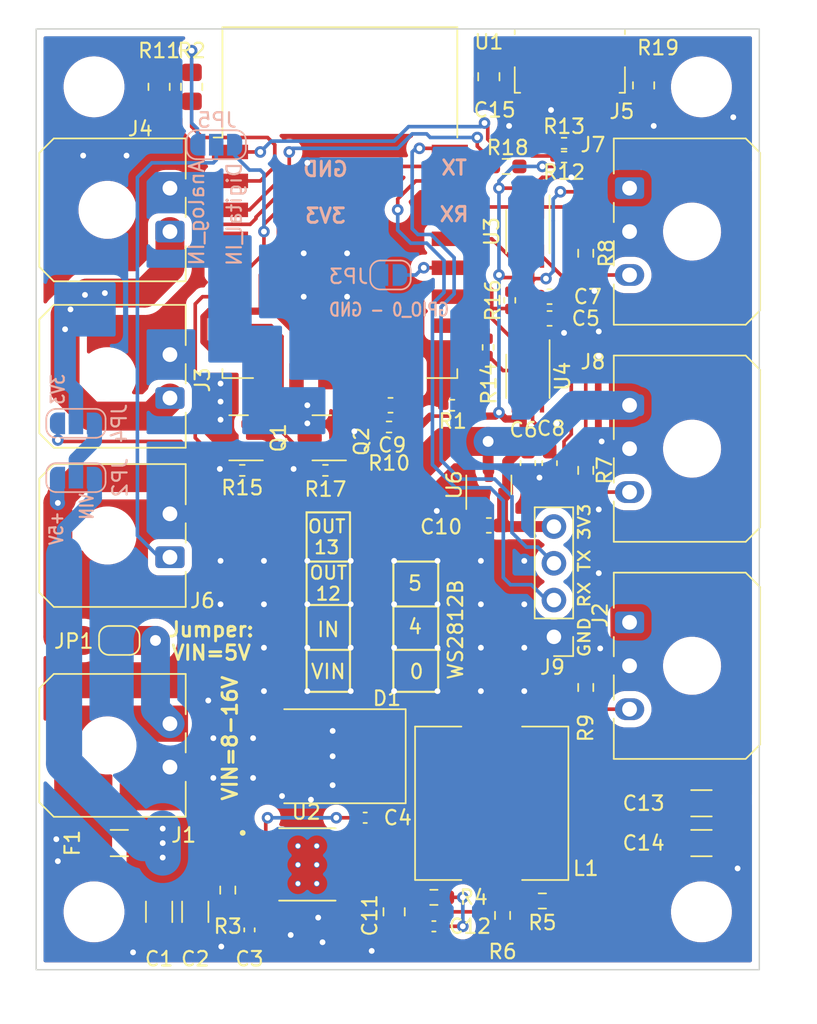
<source format=kicad_pcb>
(kicad_pcb (version 20211014) (generator pcbnew)
  (layers (0 "F.Cu" signal) (31 "B.Cu" signal) (34 "B.Paste" user) (35 "F.Paste" user) (36 "B.SilkS" user "B.Silkscreen") (37 "F.SilkS" user "F.Silkscreen") (38 "B.Mask" user) (39 "F.Mask" user) (44 "Edge.Cuts" user))
  (net 0 "")
  (net 1 "GND")
  (net 2 "Net-(R11-Pad1)")
  (net 3 "Net-(J6-Pad1)")
  (net 4 "Net-(C3-Pad2)")
  (net 5 "+5V")
  (net 6 "+3V3")
  (net 7 "VIN")
  (net 8 "ADC")
  (net 9 "/TPS_PH")
  (net 10 "Net-(R3-Pad2)")
  (net 11 "/Q2_Drain")
  (net 12 "Net-(R7-Pad1)")
  (net 13 "WS2812B_GPIO_4")
  (net 14 "Net-(R8-Pad1)")
  (net 15 "WS2812B_GPIO_5")
  (net 16 "Net-(R9-Pad1)")
  (net 17 "WS2812B_GPIO_0")
  (net 18 "TX")
  (net 19 "RX")
  (net 21 "GPIO_14")
  (net 22 "GPIO_12")
  (net 23 "GPIO_13")
  (net 30 "/Q1_Drain")
  (net 31 "GPIO_0")
  (net 32 "GPIO_4")
  (net 33 "GPIO_5")
  (net 36 "VIN_F")
  (net 37 "MOSFET_VOLTAGE")
  (net 38 "Net-(JP2-Pad2)")
  (net 39 "GPIO_15")
  (net 40 "EN")
  (net 41 "RST")
  (net 42 "GPIO_2")
  (net 43 "Net-(C4-Pad1)")
  (net 44 "Net-(C11-Pad2)")
  (net 45 "Net-(C12-Pad2)")
  (net 46 "TPS_VSENSE")
  (net 47 "GND1")
  (footprint "Capacitor_SMD:C_0603_1608Metric_Pad1.08x0.95mm_HandSolder" (layer "F.Cu") (at 151.856 95.556 90)
    (fp_text reference "C6")
    (fp_text value "100nF" hide)
  )
  (footprint "Connector_Molex:Molex_Micro-Fit_3.0_43650-0200_1x02_P3.00mm_Horizontal" (layer "F.Cu") (at 127.106 102.056 90)
    (fp_text reference "J6")
    (fp_text value "Molex Micro-fit 2x1" hide)
  )
  (footprint "Capacitor_SMD:C_1206_3216Metric_Pad1.33x1.80mm_HandSolder" (layer "F.Cu") (at 126.356 126.556 -90)
    (fp_text reference "C1")
    (fp_text value "10uF" hide)
  )
  (footprint "Connector_PinHeader_2.54mm:PinHeader_1x04_P2.54mm_Vertical" (layer "F.Cu") (at 153.656 107.556 180)
    (fp_text reference "J9")
    (fp_text value "Conn_01x04_Male" hide)
  )
  (footprint "Capacitor_SMD:C_0805_2012Metric" (layer "F.Cu") (at 142.606 126.556 90)
    (fp_text reference "C11")
    (fp_text value "10pF" hide)
  )
  (footprint "Capacitor_SMD:C_0603_1608Metric_Pad1.08x0.95mm_HandSolder" (layer "F.Cu") (at 142.356 91.556 180)
    (fp_text reference "C9")
    (fp_text value "100nF" hide)
  )
  (footprint "Resistor_SMD:R_0402_1005Metric_Pad0.72x0.64mm_HandSolder" (layer "F.Cu") (at 154.356 73.456)
    (fp_text reference "R13")
    (fp_text value "10k" hide)
  )
  (footprint "Diode_SMD:D_SMC" (layer "F.Cu") (at 138.606 115.806 180)
    (fp_text reference "D1")
    (fp_text value "B340" hide)
  )
  (footprint "Capacitor_SMD:C_0402_1005Metric_Pad0.74x0.62mm_HandSolder" (layer "F.Cu") (at 132.606 127.806 90)
    (fp_text reference "C3")
    (fp_text value "22uF" hide)
  )
  (footprint "Inductor_SMD:L_10.4x10.4_H4.8" (layer "F.Cu") (at 149.356 119.056 90)
    (fp_text reference "L1")
    (fp_text value "6.8uH" hide)
  )
  (footprint "Capacitor_SMD:C_1206_3216Metric_Pad1.33x1.80mm_HandSolder" (layer "F.Cu") (at 128.856 126.556 -90)
    (fp_text reference "C2")
    (fp_text value "10uF" hide)
  )
  (footprint "Connector_Molex:Molex_Micro-Fit_3.0_43650-0200_1x02_P3.00mm_Horizontal" (layer "F.Cu") (at 127.106 91.056 90)
    (fp_text reference "J3")
    (fp_text value "Molex Micro-fit 2x1" hide)
  )
  (footprint "Resistor_SMD:R_0603_1608Metric_Pad0.98x0.95mm_HandSolder" (layer "F.Cu") (at 150.106 126.806 90)
    (fp_text reference "R6")
    (fp_text value "1.96k" hide)
  )
  (footprint "Resistor_SMD:R_0402_1005Metric_Pad0.72x0.64mm_HandSolder" (layer "F.Cu") (at 137.856 96.056)
    (fp_text reference "R17")
    (fp_text value "10k" hide)
  )
  (footprint "Package_SO:SSOP-8_2.95x2.8mm_P0.65mm" (layer "F.Cu") (at 151.856 79.556 -90)
    (fp_text reference "U3")
    (fp_text value "TXS0102DCT" hide)
  )
  (footprint "Fuse:Fuse_1206_3216Metric_Pad1.42x1.75mm_HandSolder" (layer "F.Cu") (at 123.606 121.806)
    (fp_text reference "F1")
    (fp_text value "5A" hide)
  )
  (footprint "Capacitor_SMD:C_0603_1608Metric_Pad1.08x0.95mm_HandSolder" (layer "F.Cu") (at 153.356 84.056)
    (fp_text reference "C7")
    (fp_text value "100nF" hide)
  )
  (footprint "Resistor_SMD:R_0402_1005Metric_Pad0.72x0.64mm_HandSolder" (layer "F.Cu") (at 150.606 84.306 90)
    (fp_text reference "R16")
    (fp_text value "10k" hide)
  )
  (footprint "Resistor_SMD:R_0603_1608Metric_Pad0.98x0.95mm_HandSolder" (layer "F.Cu") (at 155.856 96.056 -90)
    (fp_text reference "R7")
    (fp_text value "300" hide)
  )
  (footprint "RF_Module:ESP-12E" (layer "F.Cu") (at 138.856 77.556)
    (fp_text reference "U1")
    (fp_text value "ESP-12F")
  )
  (footprint "Connector_Molex:Molex_Micro-Fit_3.0_43650-0300_1x03_P3.00mm_Horizontal" (layer "F.Cu") (at 158.886 106.556 -90)
    (fp_text reference "J2")
    (fp_text value "Molex Micro-fit 3x1" hide)
  )
  (footprint "Resistor_SMD:R_0402_1005Metric_Pad0.72x0.64mm_HandSolder" (layer "F.Cu") (at 154.356 74.406)
    (fp_text reference "R12")
    (fp_text value "10k" hide)
  )
  (footprint "Package_SO:SSOP-8_2.95x2.8mm_P0.65mm" (layer "F.Cu") (at 151.856 89.556 -90)
    (fp_text reference "U4")
    (fp_text value "TXS0102DCT" hide)
  )
  (footprint "Connector_USB:USB_Micro-B_Molex_47346-0001" (layer "F.Cu") (at 154.756 68.256 180)
    (fp_text reference "J5")
    (fp_text value "USB_B_Micro" hide)
  )
  (footprint "Resistor_SMD:R_0805_2012Metric" (layer "F.Cu") (at 159.856 69.456 -90)
    (fp_text reference "R19")
    (fp_text value "1M" hide)
  )
  (footprint "Capacitor_SMD:C_1206_3216Metric_Pad1.33x1.80mm_HandSolder" (layer "F.Cu") (at 163.856 119.056)
    (fp_text reference "C13")
    (fp_text value "47uF" hide)
  )
  (footprint "Resistor_SMD:R_0603_1608Metric_Pad0.98x0.95mm_HandSolder" (layer "F.Cu") (at 152.856 125.806)
    (fp_text reference "R5")
    (fp_text value "10.2k" hide)
  )
  (footprint "Jumper:SolderJumper-2_P1.3mm_Open_RoundedPad1.0x1.5mm" (layer "F.Cu") (at 123.606 107.806 180)
    (fp_text reference "JP1")
    (fp_text value "SolderJumper_2_Open" hide)
  )
  (footprint "MountingHole:MountingHole_3.2mm_M3_DIN965" (layer "F.Cu") (at 163.856 126.556)
    (fp_text reference "H4" hide)
    (fp_text value "MountingHole" hide)
  )
  (footprint "Resistor_SMD:R_0805_2012Metric_Pad1.20x1.40mm_HandSolder" (layer "F.Cu") (at 128.606 69.556 -90)
    (fp_text reference "R2")
    (fp_text value "68k" hide)
  )
  (footprint "Connector_Molex:Molex_Micro-Fit_3.0_43650-0300_1x03_P3.00mm_Horizontal" (layer "F.Cu") (at 158.886 76.556 -90)
    (fp_text reference "J7")
    (fp_text value "Molex Micro-fit 3x1" hide)
  )
  (footprint "Resistor_SMD:R_0603_1608Metric_Pad0.98x0.95mm_HandSolder" (layer "F.Cu") (at 150.356 75.056)
    (fp_text reference "R18")
    (fp_text value "10k" hide)
  )
  (footprint "Resistor_SMD:R_0603_1608Metric_Pad0.98x0.95mm_HandSolder" (layer "F.Cu") (at 155.856 111.056 -90)
    (fp_text reference "R9")
    (fp_text value "300" hide)
  )
  (footprint "Connector_Molex:Molex_Micro-Fit_3.0_43650-0300_1x03_P3.00mm_Horizontal" (layer "F.Cu") (at 158.886 91.556 -90)
    (fp_text reference "J8")
    (fp_text value "Molex Micro-fit 3x1" hide)
  )
  (footprint "Resistor_SMD:R_0402_1005Metric_Pad0.72x0.64mm_HandSolder" (layer "F.Cu") (at 149.106 87.556 -90)
    (fp_text reference "R14")
    (fp_text value "10k" hide)
  )
  (footprint "Resistor_SMD:R_0402_1005Metric_Pad0.72x0.64mm_HandSolder" (layer "F.Cu") (at 142.256 93.056 180)
    (fp_text reference "R10")
    (fp_text value "10k" hide)
  )
  (footprint "MountingHole:MountingHole_3.2mm_M3_DIN965" (layer "F.Cu") (at 121.856 69.556)
    (fp_text reference "H1" hide)
    (fp_text value "MountingHole" hide)
  )
  (footprint "TPS54331DDAR:CONV_TPS54331DDAR" (layer "F.Cu") (at 136.606 123.306)
    (fp_text reference "U2")
    (fp_text value "TPS54331DDAR")
  )
  (footprint "Capacitor_SMD:C_0603_1608Metric_Pad1.08x0.95mm_HandSolder" (layer "F.Cu") (at 149.156 99.856)
    (fp_text reference "C10")
    (fp_text value "100nF" hide)
  )
  (footprint "Connector_Molex:Molex_Micro-Fit_3.0_43650-0200_1x02_P3.00mm_Horizontal" (layer "F.Cu") (at 127.106 79.556 90)
    (fp_text reference "J4")
    (fp_text value "Molex Micro-fit 2x1" hide)
  )
  (footprint "Package_TO_SOT_SMD:SOT-23" (layer "F.Cu") (at 137.606 93.806 180)
    (fp_text reference "Q2")
    (fp_text value "AO3401A" hide)
  )
  (footprint "Capacitor_SMD:C_0603_1608Metric_Pad1.08x0.95mm_HandSolder" (layer "F.Cu") (at 153.356 95.556 -90)
    (fp_text reference "C8")
    (fp_text value "100nF" hide)
  )
  (footprint "Capacitor_SMD:C_0402_1005Metric_Pad0.74x0.62mm_HandSolder" (layer "F.Cu") (at 140.606 120.056)
    (fp_text reference "C4")
    (fp_text value "100nF" hide)
  )
  (footprint "Resistor_SMD:R_0603_1608Metric_Pad0.98x0.95mm_HandSolder" (layer "F.Cu") (at 145.356 125.556)
    (fp_text reference "R4")
    (fp_text value "61.9k" hide)
  )
  (footprint "Connector_Molex:Molex_Micro-Fit_3.0_43650-0200_1x02_P3.00mm_Horizontal" (layer "F.Cu") (at 127.106 116.556 90)
    (fp_text reference "J1")
    (fp_text value "Molex Micro-fit 2x1" hide)
  )
  (footprint "Package_TO_SOT_SMD:SOT-23" (layer "F.Cu") (at 131.856 93.806 180)
    (fp_text reference "Q1")
    (fp_text value "AO3401A" hide)
  )
  (footprint "Package_TO_SOT_SMD:SOT-23" (layer "F.Cu") (at 149.156 97.056 90)
    (fp_text reference "U6")
    (fp_text value "ME6211A33M3G-N" hide)
  )
  (footprint "MountingHole:MountingHole_3.2mm_M3_DIN965" (layer "F.Cu") (at 163.856 69.556)
    (fp_text reference "H3" hide)
    (fp_text value "MountingHole" hide)
  )
  (footprint "Capacitor_SMD:C_0805_2012Metric" (layer "F.Cu") (at 149.156 68.856 -90)
    (fp_text reference "C15")
    (fp_text value "0.01uF" hide)
  )
  (footprint "Resistor_SMD:R_0402_1005Metric_Pad0.72x0.64mm_HandSolder" (layer "F.Cu") (at 146.606 91.556)
    (fp_text reference "R1")
    (fp_text value "10k" hide)
  )
  (footprint "Resistor_SMD:R_0603_1608Metric_Pad0.98x0.95mm_HandSolder" (layer "F.Cu") (at 155.856 81.056 -90)
    (fp_text reference "R8")
    (fp_text value "300" hide)
  )
  (footprint "Resistor_SMD:R_0603_1608Metric_Pad0.98x0.95mm_HandSolder" (layer "F.Cu") (at 131.106 125.056 90)
    (fp_text reference "R3")
    (fp_text value "0" hide)
  )
  (footprint "Resistor_SMD:R_0805_2012Metric_Pad1.20x1.40mm_HandSolder" (layer "F.Cu") (at 126.356 69.556 90)
    (fp_text reference "R11")
    (fp_text value "4.7k" hide)
  )
  (footprint "Resistor_SMD:R_0402_1005Metric_Pad0.72x0.64mm_HandSolder" (layer "F.Cu") (at 132.106 96.056)
    (fp_text reference "R15")
    (fp_text value "10k" hide)
  )
  (footprint "Capacitor_SMD:C_1206_3216Metric_Pad1.33x1.80mm_HandSolder" (layer "F.Cu") (at 163.856 121.806)
    (fp_text reference "C14")
    (fp_text value "47uF" hide)
  )
  (footprint "Capacitor_SMD:C_0603_1608Metric_Pad1.08x0.95mm_HandSolder" (layer "F.Cu") (at 153.356 85.556 180)
    (fp_text reference "C5")
    (fp_text value "100nF" hide)
  )
  (footprint "Capacitor_SMD:C_0402_1005Metric_Pad0.74x0.62mm_HandSolder" (layer "F.Cu") (at 145.356 127.556)
    (fp_text reference "C12")
    (fp_text value "100nF" hide)
  )
  (footprint "MountingHole:MountingHole_3.2mm_M3_DIN965" (layer "F.Cu") (at 121.856 126.556)
    (fp_text reference "H2" hide)
    (fp_text value "MountingHole" hide)
  )
  (footprint "Jumper:SolderJumper-3_P1.3mm_Open_RoundedPad1.0x1.5mm_NumberLabels" (layer "B.Cu") (at 130.306 73.556)
    (fp_text reference "JP5")
    (fp_text value "SolderJumper_3_Open" hide)
  )
  (footprint "Jumper:SolderJumper-3_P1.3mm_Open_RoundedPad1.0x1.5mm_NumberLabels" (layer "B.Cu") (at 120.606 92.806)
    (fp_text reference "JP4")
    (fp_text value "SolderJumper_3_Open" hide)
  )
  (footprint "Jumper:SolderJumper-3_P1.3mm_Open_RoundedPad1.0x1.5mm_NumberLabels" (layer "B.Cu") (at 120.606 96.556)
    (fp_text reference "JP2")
    (fp_text value "SolderJumper_3_Open" hide)
  )
  (footprint "Jumper:SolderJumper-2_P1.3mm_Open_RoundedPad1.0x1.5mm" (layer "B.Cu") (at 142.356 82.556 180)
    (fp_text reference "JP3")
    (fp_text value "SolderJumper_2_Open" hide)
  )
  (gr_line (start 142.556 105.456) (end 145.656 105.456) (layer "F.SilkS") (width 0.15))
  (gr_line (start 139.456 102.356) (end 136.556 102.356) (layer "F.SilkS") (width 0.15))
  (gr_line (start 139.556 105.356) (end 136.556 105.356) (layer "F.SilkS") (width 0.15))
  (gr_rect (start 139.556 111.356) (end 136.556 98.956) (layer "F.SilkS") (width 0.15) (fill none))
  (gr_rect (start 145.656 111.356) (end 142.556 102.356) (layer "F.SilkS") (width 0.15) (fill none))
  (gr_line (start 142.556 108.456) (end 145.756 108.456) (layer "F.SilkS") (width 0.15))
  (gr_line (start 139.556 108.456) (end 136.556 108.456) (layer "F.SilkS") (width 0.15))
  (gr_rect (start 117.856 65.556) (end 167.856 130.556) (layer "Edge.Cuts") (width 0.1) (fill none))
  (gr_text "GND\n\n3V3" (at 137.856 76.856) (layer "B.SilkS") (effects (font (size 1 1) (thickness 0.2)) (justify mirror)))
  (gr_text "3V3" (at 119.356 90.456 90) (layer "B.SilkS") (effects (font (size 0.9 0.75)) (justify mirror)))
  (gr_text "+5V" (at 119.256 100.056 90) (layer "B.SilkS") (effects (font (size 0.9 0.75)) (justify mirror)))
  (gr_text "Analog_IN" (at 128.956 78.256 90) (layer "B.SilkS") (effects (font (size 1 1)) (justify mirror)))
  (gr_text "GPIO_0 - GND" (at 142.256 84.956) (layer "B.SilkS") (effects (font (size 0.9 0.75)) (justify mirror)))
  (gr_text "VIN" (at 121.356 98.556 90) (layer "B.SilkS") (effects (font (size 0.9 0.75)) (justify mirror)))
  (gr_text "Digital_IN" (at 131.556 78.356 90) (layer "B.SilkS") (effects (font (size 1 1)) (justify mirror)))
  (gr_text "TX\n\nRX" (at 146.756 76.756) (layer "B.SilkS") (effects (font (size 1 1) (thickness 0.2)) (justify mirror)))
  (gr_text "5" (at 144.056 103.856) (layer "F.SilkS") (effects (font (size 1 1))))
  (gr_text "OUT\n12" (at 138.056 103.856) (layer "F.SilkS") (effects (font (size 0.9 0.9))))
  (gr_text "WS2812B" (at 146.856 107.056 90) (layer "F.SilkS") (effects (font (size 1 1))))
  (gr_text "GND RX TX 3V3" (at 155.756 103.656 90) (layer "F.SilkS") (effects (font (size 0.8 0.9))))
  (gr_text "IN" (at 138.056 107.056) (layer "F.SilkS") (effects (font (size 1 1))))
  (gr_text "OUT\n13" (at 137.946047 100.651675) (layer "F.SilkS") (effects (font (size 0.9 0.9))))
  (gr_text "4" (at 144.056 106.856) (layer "F.SilkS") (effects (font (size 1 1))))
  (gr_text "VIN=8-16V" (at 131.256 114.556 90) (layer "F.SilkS") (effects (font (size 1 1) (thickness 0.2))))
  (gr_text "VIN" (at 138.056 109.956) (layer "F.SilkS") (effects (font (size 1 1))))
  (gr_text "Jumper:\nVIN=5V" (at 129.956 107.856) (layer "F.SilkS") (effects (font (size 1 1) (thickness 0.2))))
  (gr_text "0" (at 144.156 109.956) (layer "F.SilkS") (effects (font (size 1 1))))
  (segment (start 139.481 122.671) (end 137.099717 122.671) (width 0.25) (layer "F.Cu") (net 1))
  (segment (start 152.181 86.731) (end 152.356 86.556) (width 0.25) (layer "F.Cu") (net 1))
  (segment (start 136.606 123.164717) (end 136.606 123.306) (width 0.25) (layer "F.Cu") (net 1))
  (segment (start 153.456 71.156) (end 153.456 69.716) (width 0.5) (layer "F.Cu") (net 1))
  (segment (start 152.856 75.806) (end 154.106 75.806) (width 0.25) (layer "F.Cu") (net 1))
  (segment (start 133.056 78.656) (end 132.656 79.056) (width 0.25) (layer "F.Cu") (net 1))
  (segment (start 133.056 78.556) (end 133.056 78.656) (width 0.25) (layer "F.Cu") (net 1))
  (segment (start 152.356 76.306) (end 152.856 75.806) (width 0.25) (layer "F.Cu") (net 1))
  (segment (start 136.606 75.006) (end 133.056 78.556) (width 0.25) (layer "F.Cu") (net 1))
  (segment (start 136.606 74.806) (end 136.606 75.006) (width 0.25) (layer "F.Cu") (net 1))
  (segment (start 132.656 79.056) (end 129.156 79.056) (width 0.25) (layer "F.Cu") (net 1))
  (segment (start 152.181 87.856) (end 152.181 86.731) (width 0.25) (layer "F.Cu") (net 1))
  (segment (start 152.181 76.481) (end 152.356 76.306) (width 0.25) (layer "F.Cu") (net 1))
  (segment (start 152.356 86.556) (end 154.356 86.556) (width 0.25) (layer "F.Cu") (net 1))
  (segment (start 137.099717 122.671) (end 136.606 123.164717) (width 0.25) (layer "F.Cu") (net 1))
  (segment (start 152.181 77.856) (end 152.181 76.481) (width 0.25) (layer "F.Cu") (net 1))
  (segment (start 154.106 75.806) (end 154.856 75.806) (width 0.25) (layer "F.Cu") (net 1))
  (via (at 166.356 123.556) (size 0.8) (drill 0.4) (layers "F.Cu" "B.Cu") (net 1))
  (via (at 148.606 111.306) (size 1) (drill 0.4) (layers "F.Cu" "B.Cu") (net 1))
  (via (at 138.356 115.806) (size 1) (drill 0.4) (layers "F.Cu" "B.Cu") (net 1))
  (via (at 132.856 114.556) (size 1) (drill 0.4) (layers "F.Cu" "B.Cu") (net 1))
  (via (at 133.606 102.306) (size 1) (drill 0.4) (layers "F.Cu" "B.Cu") (net 1))
  (via (at 133.606 111.306) (size 1) (drill 0.4) (layers "F.Cu" "B.Cu") (net 1))
  (via (at 134.856 118.556) (size 1) (drill 0.4) (layers "F.Cu" "B.Cu") (net 1))
  (via (at 119.24898 121.537222) (size 0.8) (drill 0.4) (layers "F.Cu" "B.Cu") (net 1))
  (via (at 151.606 102.306) (size 1) (drill 0.4) (layers "F.Cu" "B.Cu") (net 1))
  (via (at 135.456 128.156) (size 0.8) (drill 0.4) (layers "F.Cu" "B.Cu") (net 1))
  (via (at 135.656 95.956) (size 0.8) (drill 0.4) (layers "F.Cu" "B.Cu") (net 1))
  (via (at 130.656 128.956) (size 0.8) (drill 0.4) (layers "F.Cu" "B.Cu") (net 1))
  (via (at 156.956 94.056) (size 1) (drill 0.4) (layers "F.Cu" "B.Cu") (net 1))
  (via (at 124.556 129.356) (size 0.8) (drill 0.4) (layers "F.Cu" "B.Cu") (net 1))
  (via (at 138.356 117.806) (size 1) (drill 0.4) (layers "F.Cu" "B.Cu") (net 1))
  (via (at 141.056 129.256) (size 0.8) (drill 0.4) (layers "F.Cu" "B.Cu") (net 1))
  (via (at 139.356 84.056) (size 1) (drill 0.4) (layers "F.Cu" "B.Cu") (net 1))
  (via (at 145.556 98.856) (size 1) (drill 0.4) (layers "F.Cu" "B.Cu") (net 1))
  (via (at 142.606 105.306) (size 1) (drill 0.4) (layers "F.Cu" "B.Cu") (net 1))
  (via (at 130.556 95.956) (size 0.8) (drill 0.4) (layers "F.Cu" "B.Cu") (net 1))
  (via (at 156.756 103.156) (size 1) (drill 0.4) (layers "F.Cu" "B.Cu") (net 1))
  (via (at 160.556 72.256) (size 1) (drill 0.4) (layers "F.Cu" "B.Cu") (net 1))
  (via (at 136.356 84.056) (size 1) (drill 0.4) (layers "F.Cu" "B.Cu") (net 1))
  (via (at 136.606 105.306) (size 1) (drill 0.4) (layers "F.Cu" "B.Cu") (net 1))
  (via (at 151.606 111.306) (size 1) (drill 0.4) (layers "F.Cu" "B.Cu") (net 1))
  (via (at 130.106 114.556) (size 1) (drill 0.4) (layers "F.Cu" "B.Cu") (net 1))
  (via (at 156.856 108.356) (size 1) (drill 0.4) (layers "F.Cu" "B.Cu") (net 1))
  (via (at 166.056 71.656) (size 1) (drill 0.4) (layers "F.Cu" "B.Cu") (net 1))
  (via (at 145.606 105.306) (size 1) (drill 0.4) (layers "F.Cu" "B.Cu") (net 1))
  (via (at 136.606 102.306) (size 1) (drill 0.4) (layers "F.Cu" "B.Cu") (net 1))
  (via (at 133.606 108.306) (size 1) (drill 0.4) (layers "F.Cu" "B.Cu") (net 1))
  (via (at 124.106 74.306) (size 1) (drill 0.4) (layers "F.Cu" "B.Cu") (net 1))
  (via (at 148.606 105.306) (size 1) (drill 0.4) (layers "F.Cu" "B.Cu") (net 1))
  (via (at 130.606 102.306) (size 1) (drill 0.4) (layers "F.Cu" "B.Cu") (net 1))
  (via (at 156.756 98.756) (size 1) (drill 0.4) (layers "F.Cu" "B.Cu") (net 1))
  (via (at 148.606 102.306) (size 1) (drill 0.4) (layers "F.Cu" "B.Cu") (net 1))
  (via (at 136.606 111.306) (size 1) (drill 0.4) (layers "F.Cu" "B.Cu") (net 1))
  (via (at 119.356 123.056) (size 0.8) (drill 0.4) (layers "F.Cu" "B.Cu") (net 1))
  (via (at 154.356 86.556) (size 0.8) (drill 0.4) (layers "F.Cu" "B.Cu") (net 1))
  (via (at 136.606 74.806) (size 0.8) (drill 0.4) (layers "F.Cu" "B.Cu") (net 1))
  (via (at 139.856 93.356) (size 0.8) (drill 0.4) (layers "F.Cu" "B.Cu") (net 1))
  (via (at 148.606 108.306) (size 1) (drill 0.4) (layers "F.Cu" "B.Cu") (net 1))
  (via (at 139.606 102.306) (size 1) (drill 0.4) (layers "F.Cu" "B.Cu") (net 1))
  (via (at 139.356 81.056) (size 1) (drill 0.4) (layers "F.Cu" "B.Cu") (net 1))
  (via (at 151.606 108.306) (size 1) (drill 0.4) (layers "F.Cu" "B.Cu") (net 1))
  (via (at 129.756 111.956) (size 1) (drill 0.4) (layers "F.Cu" "B.Cu") (net 1))
  (via (at 145.606 102.306) (size 1) (drill 0.4) (layers "F.Cu" "B.Cu") (net 1))
  (via (at 150.556 72.256) (size 1) (drill 0.4) (layers "F.Cu" "B.Cu") (net 1))
  (via (at 145.606 111.306) (size 1) (drill 0.4) (layers "F.Cu" "B.Cu") (net 1))
  (via (at 142.606 102.306) (size 1) (drill 0.4) (layers "F.Cu" "B.Cu") (net 1))
  (via (at 154.856 75.806) (size 0.8) (drill 0.4) (layers "F.Cu" "B.Cu") (net 1))
  (via (at 145.606 108.306) (size 1) (drill 0.4) (layers "F.Cu" "B.Cu") (net 1))
  (via (at 138.356 114.056) (size 1) (drill 0.4) (layers "F.Cu" "B.Cu") (net 1))
  (via (at 139.606 111.306) (size 1) (drill 0.4) (layers "F.Cu" "B.Cu") (net 1))
  (via (at 133.606 105.306) (size 1) (drill 0.4) (layers "F.Cu" "B.Cu") (net 1))
  (via (at 139.606 108.306) (size 1) (drill 0.4) (layers "F.Cu" "B.Cu") (net 1))
  (via (at 156.756 86.456) (size 1) (drill 0.4) (layers "F.Cu" "B.Cu") (net 1))
  (via (at 142.606 111.306) (size 1) (drill 0.4) (layers "F.Cu" "B.Cu") (net 1))
  (via (at 152.656 96.556) (size 0.8) (drill 0.4) (layers "F.Cu" "B.Cu") (net 1))
  (via (at 151.606 105.306) (size 1) (drill 0.4) (layers "F.Cu" "B.Cu") (net 1))
  (via (at 136.856 118.806) (size 1) (drill 0.4) (layers "F.Cu" "B.Cu") (net 1))
  (via (at 139.606 105.306) (size 1) (drill 0.4) (layers "F.Cu" "B.Cu") (net 1))
  (via (at 156.456 83.656) (size 1) (drill 0.4) (layers "F.Cu" "B.Cu") (net 1))
  (via (at 136.606 108.306) (size 1) (drill 0.4) (layers "F.Cu" "B.Cu") (net 1))
  (via (at 121.106 74.306) (size 1) (drill 0.4) (layers "F.Cu" "B.Cu") (net 1))
  (via (at 142.606 108.306) (size 1) (drill 0.4) (layers "F.Cu" "B.Cu") (net 1))
  (via (at 137.656 128.656) (size 0.8) (drill 0.4) (layers "F.Cu" "B.Cu") (net 1))
  (via (at 137.356 126.956) (size 0.8) (drill 0.4) (layers "F.Cu" "B.Cu") (net 1))
  (via (at 136.356 81.056) (size 1) (drill 0.4) (layers "F.Cu" "B.Cu") (net 1))
  (via (at 132.856 117.306) (size 1) (drill 0.4) (layers "F.Cu" "B.Cu") (net 1))
  (via (at 130.106 117.306) (size 1) (drill 0.4) (layers "F.Cu" "B.Cu") (net 1))
  (via (at 156.756 88.156) (size 1) (drill 0.4) (layers "F.Cu" "B.Cu") (net 1))
  (via (at 153.456 71.156) (size 1) (drill 0.4) (layers "F.Cu" "B.Cu") (net 1))
  (via (at 130.606 105.306) (size 1) (drill 0.4) (layers "F.Cu" "B.Cu") (net 1))
  (segment (start 134.356 73.556) (end 133.856 73.056) (width 0.25) (layer "F.Cu") (net 2))
  (segment (start 129.356 73.056) (end 128.606 72.306) (width 0.25) (layer "F.Cu") (net 2))
  (segment (start 133.856 73.056) (end 129.356 73.056) (width 0.25) (layer "F.Cu") (net 2))
  (segment (start 128.606 72.306) (end 128.606 70.556) (width 0.25) (layer "F.Cu") (net 2))
  (segment (start 134.356 75.056) (end 134.356 73.556) (width 0.25) (layer "F.Cu") (net 2))
  (segment (start 133.356 76.056) (end 134.356 75.056) (width 0.25) (layer "F.Cu") (net 2))
  (segment (start 131.256 76.056) (end 133.356 76.056) (width 0.25) (layer "F.Cu") (net 2))
  (segment (start 126.356 70.556) (end 128.606 70.556) (width 0.25) (layer "F.Cu") (net 2))
  (segment (start 124.856 100.556) (end 126.356 102.056) (width 0.25) (layer "B.Cu") (net 3))
  (segment (start 124.856 75.806) (end 124.856 100.556) (width 0.25) (layer "B.Cu") (net 3))
  (segment (start 126.356 102.056) (end 127.106 102.056) (width 0.25) (layer "B.Cu") (net 3))
  (segment (start 125.856 74.806) (end 124.856 75.806) (width 0.25) (layer "B.Cu") (net 3))
  (segment (start 130.306 73.556) (end 130.306 74.606) (width 0.25) (layer "B.Cu") (net 3))
  (segment (start 130.306 74.606) (end 130.106 74.806) (width 0.25) (layer "B.Cu") (net 3))
  (segment (start 130.106 74.806) (end 125.856 74.806) (width 0.25) (layer "B.Cu") (net 3))
  (segment (start 132.606 125.556) (end 132.951 125.211) (width 0.25) (layer "F.Cu") (net 4))
  (segment (start 132.606 127.2385) (end 132.606 125.556) (width 0.25) (layer "F.Cu") (net 4))
  (segment (start 132.951 125.211) (end 133.731 125.211) (width 0.25) (layer "F.Cu") (net 4))
  (segment (start 146.106 94.056) (end 149.106 94.056) (width 2) (layer "F.Cu") (net 5))
  (segment (start 152.181 82.981) (end 152.181 81.256) (width 0.25) (layer "F.Cu") (net 5))
  (segment (start 119.606 97.806) (end 120.856 96.556) (width 2) (layer "F.Cu") (net 5))
  (segment (start 152.731 93.181) (end 153.106 92.806) (width 0.25) (layer "F.Cu") (net 5))
  (segment (start 156.056 71.156) (end 156.056 71.956) (width 1) (layer "F.Cu") (net 5))
  (segment (start 119.606 107.806) (end 121.106 107.806) (width 2) (layer "F.Cu") (net 5))
  (segment (start 122.956 107.806) (end 121.106 107.806) (width 1) (layer "F.Cu") (net 5))
  (segment (start 152.731 93.181) (end 152.181 92.631) (width 0.25) (layer "F.Cu") (net 5))
  (segment (start 158.886 74.786) (end 158.886 76.556) (width 1.5) (layer "F.Cu") (net 5))
  (segment (start 119.356 107.556) (end 119.606 107.806) (width 2) (layer "F.Cu") (net 5))
  (segment (start 154.106 76.806) (end 158.636 76.806) (width 0.25) (layer "F.Cu") (net 5))
  (segment (start 140.856 99.306) (end 146.106 94.056) (width 2) (layer "F.Cu") (net 5))
  (segment (start 126.856 96.556) (end 127.606 96.556) (width 1.5) (layer "F.Cu") (net 5))
  (segment (start 119.356 98.306) (end 119.356 107.556) (width 2) (layer "F.Cu") (net 5))
  (segment (start 119.606 98.056) (end 119.606 97.806) (width 2) (layer "F.Cu") (net 5))
  (segment (start 152.4935 84.056) (end 152.181 83.7435) (width 0.25) (layer "F.Cu") (net 5))
  (segment (start 156.056 71.956) (end 158.886 74.786) (width 1.5) (layer "F.Cu") (net 5))
  (segment (start 152.181 82.981) (end 152.356 82.806) (width 0.25) (layer "F.Cu") (net 5))
  (segment (start 127.606 96.556) (end 130.356 99.306) (width 1.5) (layer "F.Cu") (net 5))
  (segment (start 152.181 83.7435) (end 152.181 82.981) (width 0.25) (layer "F.Cu") (net 5))
  (segment (start 120.856 96.556) (end 126.856 96.556) (width 2) (layer "F.Cu") (net 5))
  (segment (start 119.356 98.306) (end 119.606 98.056) (width 2) (layer "F.Cu") (net 5))
  (segment (start 153.356 94.6935) (end 153.356 93.806) (width 0.25) (layer "F.Cu") (net 5))
  (segment (start 149.106 94.056) (end 149.106 96.0685) (width 0.75) (layer "F.Cu") (net 5))
  (segment (start 149.106 96.0685) (end 149.156 96.1185) (width 0.75) (layer "F.Cu") (net 5))
  (segment (start 153.356 93.806) (end 152.731 93.181) (width 0.25) (layer "F.Cu") (net 5))
  (segment (start 153.106 92.806) (end 153.856 92.806) (width 0.25) (layer "F.Cu") (net 5))
  (segment (start 152.181 92.631) (end 152.181 91.256) (width 0.25) (layer "F.Cu") (net 5))
  (segment (start 156.056 69.716) (end 156.056 71.156) (width 0.25) (layer "F.Cu") (net 5))
  (segment (start 158.636 76.806) (end 158.886 76.556) (width 0.25) (layer "F.Cu") (net 5))
  (segment (start 152.356 82.806) (end 153.106 82.806) (width 0.25) (layer "F.Cu") (net 5))
  (segment (start 130.356 99.306) (end 140.856 99.306) (width 2) (layer "F.Cu") (net 5))
  (via (at 153.106 82.806) (size 0.8) (drill 0.4) (layers "F.Cu" "B.Cu") (net 5))
  (via (at 149.106 94.056) (size 2) (drill 0.75) (layers "F.Cu" "B.Cu") (net 5))
  (via (at 154.106 76.806) (size 0.8) (drill 0.4) (layers "F.Cu" "B.Cu") (net 5))
  (via (at 153.856 92.806) (size 0.8) (drill 0.4) (layers "F.Cu" "B.Cu") (net 5))
  (via (at 119.356 98.306) (size 0.8) (drill 0.4) (layers "F.Cu" "B.Cu") (net 5))
  (segment (start 149.106 94.056) (end 152.606 94.056) (width 2) (layer "B.Cu") (net 5))
  (segment (start 153.106 82.806) (end 153.606 82.306) (width 0.25) (layer "B.Cu") (net 5))
  (segment (start 153.606 78.806) (end 153.606 77.306) (width 0.25) (layer "B.Cu") (net 5))
  (segment (start 119.306 98.256) (end 119.356 98.306) (width 1) (layer "B.Cu") (net 5))
  (segment (start 153.606 82.306) (end 153.606 78.806) (width 0.25) (layer "B.Cu") (net 5))
  (segment (start 119.306 96.556) (end 119.306 98.256) (width 1) (layer "B.Cu") (net 5))
  (segment (start 152.606 94.056) (end 153.856 92.806) (width 2) (layer "B.Cu") (net 5))
  (segment (start 158.886 91.556) (end 157.356 91.556) (width 2) (layer "B.Cu") (net 5))
  (segment (start 155.106 91.556) (end 157.356 91.556) (width 2) (layer "B.Cu") (net 5))
  (segment (start 153.856 92.806) (end 155.106 91.556) (width 2) (layer "B.Cu") (net 5))
  (segment (start 153.606 77.306) (end 154.106 76.806) (width 0.25) (layer "B.Cu") (net 5))
  (segment (start 140.606 91.556) (end 140.356 91.806) (width 0.25) (layer "F.Cu") (net 6))
  (segment (start 133.356 82.556) (end 134.356 81.556) (width 0.25) (layer "F.Cu") (net 6))
  (segment (start 141.106 92.556) (end 140.356 91.806) (width 0.5) (layer "F.Cu") (net 6))
  (segment (start 152.856 75.056) (end 154.656 75.056) (width 0.25) (layer "F.Cu") (net 6))
  (segment (start 151.531 88.805022) (end 151.531 87.856) (width 0.25) (layer "F.Cu") (net 6))
  (segment (start 141.4935 91.556) (end 140.606 91.556) (width 0.25) (layer "F.Cu") (net 6))
  (segment (start 151.531 76.806) (end 151.531 77.856) (width 0.25) (layer "F.Cu") (net 6))
  (segment (start 150.456 95.456) (end 150.456 97.6435) (width 0.75) (layer "F.Cu") (net 6))
  (segment (start 141.7885 93.056) (end 141.106 93.056) (width 0.25) (layer "F.Cu") (net 6))
  (segment (start 151.531 83.631) (end 151.531 82.731) (width 0.25) (layer "F.Cu") (net 6))
  (segment (start 141.106 96.056) (end 139.68052 97.48148) (width 0.25) (layer "F.Cu") (net 6))
  (segment (start 119.856 94.056) (end 127.856 94.056) (width 0.25) (layer "F.Cu") (net 6))
  (segment (start 136.356 77.556) (end 137.356 76.556) (width 0.25) (layer "F.Cu") (net 6))
  (segment (start 129.356 95.556) (end 129.356 96.556) (width 0.25) (layer "F.Cu") (net 6))
  (segment (start 129.456 87.156) (end 130.356 88.056) (width 0.5) (layer "F.Cu") (net 6))
  (segment (start 152.4935 85.556) (end 151.856 85.556) (width 0.25) (layer "F.Cu") (net 6))
  (segment (start 129.456 85.456978) (end 129.456 87.156) (width 0.5) (layer "F.Cu") (net 6))
  (segment (start 151.4235 83.7385) (end 151.531 83.631) (width 0.25) (layer "F.Cu") (net 6))
  (segment (start 151.531 87.856) (end 151.531 85.881) (width 0.25) (layer "F.Cu") (net 6))
  (segment (start 150.0985 99.936) (end 150.0185 99.856) (width 0.75) (layer "F.Cu") (net 6))
  (segment (start 151.506489 92.505511) (end 150.305511 92.505511) (width 0.5) (layer "F.Cu") (net 6))
  (segment (start 150.106 99.7685) (end 150.0185 99.856) (width 0.75) (layer "F.Cu") (net 6))
  (segment (start 119.456 94.056) (end 119.356 93.956) (width 0.25) (layer "F.Cu") (net 6))
  (segment (start 141.106 92.556) (end 141.106 93.056) (width 0.25) (layer "F.Cu") (net 6))
  (segment (start 141.106 94.306) (end 141.106 92.556) (width 0.5) (layer "F.Cu") (net 6))
  (segment (start 151.531 92.981) (end 151.531 92.481) (width 0.25) (layer "F.Cu") (net 6))
  (segment (start 151.2185 94.6935) (end 151.856 94.6935) (width 0.75) (layer "F.Cu") (net 6))
  (segment (start 134.356 85.056) (end 133.356 85.056) (width 0.5) (layer "F.Cu") (net 6))
  (segment (start 138.856 91.306) (end 139.356 91.806) (width 0.5) (layer "F.Cu") (net 6))
  (segment (start 134.606 79.306) (end 136.356 77.556) (width 0.25) (layer "F.Cu") (net 6))
  (segment (start 134.406 85.106) (end 134.356 85.056) (width 0.5) (layer "F.Cu") (net 6))
  (segment (start 139.68052 97.48148) (end 130.28148 97.48148) (width 0.25) (layer "F.Cu") (net 6))
  (segment (start 137.106 87.806) (end 134.406 85.106) (width 0.5) (layer "F.Cu") (net 6))
  (segment (start 149.606 92.306) (end 148.206 92.306) (width 0.5) (layer "F.Cu") (net 6))
  (segment (start 151.531 85.881) (end 151.856 85.556) (width 0.25) (layer "F.Cu") (net 6))
  (segment (start 119.856 94.056) (end 119.456 94.056) (width 0.25) (layer "F.Cu") (net 6))
  (segment (start 150.606 83.7385) (end 151.4235 83.7385) (width 0.25) (layer "F.Cu") (net 6))
  (segment (start 138.856 91.306) (end 138.856 88.306) (width 0.5) (layer "F.Cu") (net 6))
  (segment (start 143.106 94.306) (end 141.106 94.306) (width 0.5) (layer "F.Cu") (net 6))
  (segment (start 129.356 96.556) (end 129.606 96.806) (width 0.25) (layer "F.Cu") (net 6))
  (segment (start 151.531 92.481) (end 151.531 91.256) (width 0.25) (layer "F.Cu") (net 6))
  (segment (start 150.456 95.456) (end 151.2185 94.6935) (width 0.75) (layer "F.Cu") (net 6))
  (segment (start 154.9235 74.7885) (end 154.9235 74.406) (width 0.25) (layer "F.Cu") (net 6))
  (segment (start 137.356 76.556) (end 138.606 76.556) (width 0.25) (layer "F.Cu") (net 6))
  (segment (start 134.606 80.056) (end 134.606 79.306) (width 0.25) (layer "F.Cu") (net 6))
  (segment (start 148.206 92.306) (end 145.106 92.306) (width 0.25) (layer "F.Cu") (net 6))
  (segment (start 150.281 92.481) (end 151.531 92.481) (width 0.25) (layer "F.Cu") (net 6))
  (segment (start 151.531 82.731) (end 150.031 82.731) (width 0.25) (layer "F.Cu") (net 6))
  (segment (start 134.606 81.306) (end 134.606 80.056) (width 0.25) (layer "F.Cu") (net 6))
  (segment (start 130.356 88.056) (end 131.256 88.056) (width 0.5) (layer "F.Cu") (net 6))
  (segment (start 149.856 92.056) (end 149.606 92.306) (width 0.5) (layer "F.Cu") (net 6))
  (segment (start 133.356 85.056) (end 129.856978 85.056) (width 0.5) (layer "F.Cu") (net 6))
  (segment (start 151.281 76.556) (end 151.531 76.806) (width 0.25) (layer "F.Cu") (net 6))
  (segment (start 145.106 92.306) (end 143.106 94.306) (width 0.5) (layer "F.Cu") (net 6))
  (segment (start 150.106 97.9935) (end 150.106 99.7685) (width 0.75) (layer "F.Cu") (net 6))
  (segment (start 149.856 92.056) (end 150.281 92.481) (width 0.5) (layer "F.Cu") (net 6))
  (segment (start 150.031 82.731) (end 149.856 82.556) (width 0.25) (layer "F.Cu") (net 6))
  (segment (start 151.531 92.481) (end 151.506489 92.505511) (width 0.5) (layer "F.Cu") (net 6))
  (segment (start 133.356 85.056) (end 133.356 82.556) (width 0.25) (layer "F.Cu") (net 6))
  (segment (start 149.856 76.556) (end 151.281 76.556) (width 0.25) (layer "F.Cu") (net 6))
  (segment (start 130.28148 97.48148) (end 129.606 96.806) (width 0.25) (layer "F.Cu") (net 6))
  (segment (start 134.356 81.556) (end 134.606 81.306) (width 0.25) (layer "F.Cu") (net 6))
  (segment (start 127.856 94.056) (end 129.356 95.556) (width 0.25) (layer "F.Cu") (net 6))
  (segment (start 150.1385 89.156) (end 151.180022 89.156) (width 0.25) (layer "F.Cu") (net 6))
  (segment (start 138.356 87.806) (end 138.856 88.306) (width 0.5) (layer "F.Cu") (net 6))
  (segment (start 153.656 99.936) (end 150.0985 99.936) (width 0.75) (layer "F.Cu") (net 6))
  (segment (start 140.356 91.806) (end 139.356 91.806) (width 0.5) (layer "F.Cu") (net 6))
  (segment (start 138.356 87.806) (end 137.106 87.806) (width 0.5) (layer "F.Cu") (net 6))
  (segment (start 151.856 85.556) (end 151.531 85.231) (width 0.25) (layer "F.Cu") (net 6))
  (segment (start 150.305511 92.505511) (end 150.281 92.481) (width 0.5) (layer "F.Cu") (net 6))
  (segment (start 150.456 97.6435) (end 150.106 97.9935) (width 0.75) (layer "F.Cu") (net 6))
  (segment (start 129.456 85.456978) (end 129.856978 85.056) (width 0.5) (layer "F.Cu") (net 6))
  (segment (start 151.531 82.731) (end 151.531 81.256) (width 0.25) (layer "F.Cu") (net 6))
  (segment (start 151.856 94.6935) (end 151.856 93.306) (width 0.5) (layer "F.Cu") (net 6))
  (segment (start 151.531 92.981) (end 151.856 93.306) (width 0.5) (layer "F.Cu") (net 6))
  (segment (start 154.656 75.056) (end 154.9235 74.7885) (width 0.25) (layer "F.Cu") (net 6))
  (segment (start 149.106 88.1235) (end 150.1385 89.156) (width 0.25) (layer "F.Cu") (net 6))
  (segment (start 141.106 93.056) (end 141.106 94.306) (width 0.25) (layer "F.Cu") (net 6))
  (segment (start 151.531 85.231) (end 151.531 83.631) (width 0.25) (layer "F.Cu") (net 6))
  (segment (start 151.180022 89.156) (end 151.531 88.805022) (width 0.25) (layer "F.Cu") (net 6))
  (segment (start 154.9235 73.456) (end 154.9235 74.406) (width 0.25) (layer "F.Cu") (net 6))
  (segment (start 141.106 94.306) (end 141.106 96.056) (width 0.25) (layer "F.Cu") (net 6))
  (segment (start 151.531 92.981) (end 151.531 91.256) (width 0.5) (layer "F.Cu") (net 6))
  (via (at 149.856 82.556) (size 0.8) (drill 0.4) (layers "F.Cu" "B.Cu") (net 6))
  (via (at 149.856 92.056) (size 0.8) (drill 0.4) (layers "F.Cu" "B.Cu") (net 6))
  (via (at 149.856 76.556) (size 0.8) (drill 0.4) (layers "F.Cu" "B.Cu") (net 6))
  (via (at 119.356 93.956) (size 0.8) (drill 0.4) (layers "F.Cu" "B.Cu") (net 6))
  (via (at 152.856 75.056) (size 0.8) (drill 0.4) (layers "F.Cu" "B.Cu") (net 6))
  (segment (start 119.356 93.956) (end 119.356 92.856) (width 0.25) (layer "B.Cu") (net 6))
  (segment (start 149.856 76.556) (end 149.856 82.556) (width 0.25) (layer "B.Cu") (net 6))
  (segment (start 149.856 91.056) (end 149.856 92.056) (width 0.25) (layer "B.Cu") (net 6))
  (segment (start 150.856 75.056) (end 149.856 76.056) (width 0.25) (layer "B.Cu") (net 6))
  (segment (start 119.356 92.856) (end 119.306 92.806) (width 0.25) (layer "B.Cu") (net 6))
  (segment (start 149.856 82.556) (end 149.856 91.056) (width 0.25) (layer "B.Cu") (net 6))
  (segment (start 152.856 75.056) (end 150.856 75.056) (width 0.25) (layer "B.Cu") (net 6))
  (segment (start 149.856 76.056) (end 149.856 76.556) (width 0.25) (layer "B.Cu") (net 6))
  (segment (start 124.256 107.806) (end 125.356 107.806) (width 1) (layer "F.Cu") (net 7))
  (segment (start 125.356 107.806) (end 126.106 107.806) (width 2) (layer "F.Cu") (net 7))
  (segment (start 126.106 107.806) (end 124.65552 107.806) (width 2) (layer "F.Cu") (net 7))
  (via (at 126.106 107.806) (size 2) (drill 0.75) (layers "F.Cu" "B.Cu") (net 7))
  (segment (start 126.106 112.556) (end 127.106 113.556) (width 2) (layer "B.Cu") (net 7))
  (segment (start 126.106 107.806) (end 126.106 112.556) (width 2) (layer "B.Cu") (net 7))
  (segment (start 128.606 68.556) (end 128.606 67.056) (width 0.25) (layer "F.Cu") (net 8))
  (via (at 128.606 67.056) (size 0.8) (drill 0.4) (layers "F.Cu" "B.Cu") (net 8))
  (segment (start 129.006 72.456) (end 129.006 73.556) (width 0.25) (layer "B.Cu") (net 8))
  (segment (start 128.606 67.056) (end 128.606 72.056) (width 0.25) (layer "B.Cu") (net 8))
  (segment (start 128.606 72.056) (end 129.006 72.456) (width 0.25) (layer "B.Cu") (net 8))
  (segment (start 131.3085 123.941) (end 133.731 123.941) (width 0.25) (layer "F.Cu") (net 10))
  (segment (start 131.106 124.1435) (end 131.3085 123.941) (width 0.25) (layer "F.Cu") (net 10))
  (via (at 136.606 91.556) (size 1) (drill 0.4) (layers "F.Cu" "B.Cu") (net 11))
  (via (at 136.606 92.806) (size 1) (drill 0.4) (layers "F.Cu" "B.Cu") (net 11))
  (segment (start 152.831 81.256) (end 155.856 84.281) (width 0.25) (layer "F.Cu") (net 12))
  (segment (start 155.856 84.281) (end 155.856 95.1935) (width 0.25) (layer "F.Cu") (net 12))
  (segment (start 156.4935 97.556) (end 158.886 97.556) (width 0.25) (layer "F.Cu") (net 13))
  (segment (start 155.856 96.9185) (end 156.4935 97.556) (width 0.25) (layer "F.Cu") (net 13))
  (segment (start 155.856 79.056) (end 154.656 77.856) (width 0.25) (layer "F.Cu") (net 14))
  (segment (start 154.656 77.856) (end 152.831 77.856) (width 0.25) (layer "F.Cu") (net 14))
  (segment (start 155.856 80.1935) (end 155.856 79.056) (width 0.25) (layer "F.Cu") (net 14))
  (segment (start 156.4935 82.556) (end 158.886 82.556) (width 0.25) (layer "F.Cu") (net 15))
  (segment (start 155.856 81.9185) (end 156.4935 82.556) (width 0.25) (layer "F.Cu") (net 15))
  (segment (start 154.856 93.556) (end 154.856 88.556) (width 0.25) (layer "F.Cu") (net 16))
  (segment (start 155.856 99.056) (end 154.356 97.556) (width 0.25) (layer "F.Cu") (net 16))
  (segment (start 154.356 97.556) (end 154.356 94.056) (width 0.25) (layer "F.Cu") (net 16))
  (segment (start 154.356 94.056) (end 154.856 93.556) (width 0.25) (layer "F.Cu") (net 16))
  (segment (start 155.856 110.1935) (end 155.856 99.056) (width 0.25) (layer "F.Cu") (net 16))
  (segment (start 154.856 88.556) (end 154.156 87.856) (width 0.25) (layer "F.Cu") (net 16))
  (segment (start 154.156 87.856) (end 152.831 87.856) (width 0.25) (layer "F.Cu") (net 16))
  (segment (start 155.856 111.9185) (end 156.4935 112.556) (width 0.25) (layer "F.Cu") (net 17))
  (segment (start 156.4935 112.556) (end 158.886 112.556) (width 0.25) (layer "F.Cu") (net 17))
  (segment (start 144.356 73.806) (end 146.206 73.806) (width 0.25) (layer "F.Cu") (net 18))
  (segment (start 146.206 73.806) (end 146.456 74.056) (width 0.25) (layer "F.Cu") (net 18))
  (via (at 144.356 73.806) (size 0.8) (drill 0.4) (layers "F.Cu" "B.Cu") (net 18))
  (segment (start 144.106 73.806) (end 143.856 74.056) (width 0.25) (layer "B.Cu") (net 18))
  (segment (start 145.856 95.356) (end 147.156 96.656) (width 0.25) (layer "B.Cu") (net 18))
  (segment (start 152.536 101.356) (end 153.656 102.476) (width 0.25) (layer "B.Cu") (net 18))
  (segment (start 147.156 96.656) (end 149.556 96.656) (width 0.25) (layer "B.Cu") (net 18))
  (segment (start 144.256 79.756) (end 145.156 79.756) (width 0.25) (layer "B.Cu") (net 18))
  (segment (start 146.756 81.356) (end 146.756 83.856) (width 0.25) (layer "B.Cu") (net 18))
  (segment (start 145.156 79.756) (end 146.756 81.356) (width 0.25) (layer "B.Cu") (net 18))
  (segment (start 143.856 79.356) (end 144.256 79.756) (width 0.25) (layer "B.Cu") (net 18))
  (segment (start 146.756 83.856) (end 145.856 84.756) (width 0.25) (layer "B.Cu") (net 18))
  (segment (start 143.856 74.056) (end 143.856 79.356) (width 0.25) (layer "B.Cu") (net 18))
  (segment (start 144.356 73.806) (end 144.106 73.806) (width 0.25) (layer "B.Cu") (net 18))
  (segment (start 145.856 84.756) (end 145.856 95.356) (width 0.25) (layer "B.Cu") (net 18))
  (segment (start 149.556 96.656) (end 150.756 97.856) (width 0.25) (layer "B.Cu") (net 18))
  (segment (start 150.756 97.856) (end 150.756 100.356) (width 0.25) (layer "B.Cu") (net 18))
  (segment (start 150.756 100.356) (end 151.756 101.356) (width 0.25) (layer "B.Cu") (net 18))
  (segment (start 151.756 101.356) (end 152.536 101.356) (width 0.25) (layer "B.Cu") (net 18))
  (segment (start 143.356 76.806) (end 142.856 77.306) (width 0.25) (layer "F.Cu") (net 19))
  (segment (start 142.856 77.306) (end 142.856 78.056) (width 0.25) (layer "F.Cu") (net 19))
  (segment (start 146.456 76.056) (end 144.106 76.056) (width 0.25) (layer "F.Cu") (net 19))
  (segment (start 144.106 76.056) (end 143.356 76.806) (width 0.25) (layer "F.Cu") (net 19))
  (via (at 142.856 78.056) (size 0.8) (drill 0.4) (layers "F.Cu" "B.Cu") (net 19))
  (segment (start 143.756 80.356) (end 142.856 79.456) (width 0.25) (layer "B.Cu") (net 19))
  (segment (start 145.256 84.556) (end 146.056 83.756) (width 0.25) (layer "B.Cu") (net 19))
  (segment (start 142.856 79.456) (end 142.856 78.056) (width 0.25) (layer "B.Cu") (net 19))
  (segment (start 146.056 81.556) (end 144.856 80.356) (width 0.25) (layer "B.Cu") (net 19))
  (segment (start 153.149964 105.016) (end 152.089964 103.956) (width 0.25) (layer "B.Cu") (net 19))
  (segment (start 152.089964 103.956) (end 150.656 103.956) (width 0.25) (layer "B.Cu") (net 19))
  (segment (start 153.656 105.016) (end 153.149964 105.016) (width 0.25) (layer "B.Cu") (net 19))
  (segment (start 145.256 95.656) (end 145.256 84.556) (width 0.25) (layer "B.Cu") (net 19))
  (segment (start 150.156 98.156) (end 149.256 97.256) (width 0.25) (layer "B.Cu") (net 19))
  (segment (start 146.856 97.256) (end 145.256 95.656) (width 0.25) (layer "B.Cu") (net 19))
  (segment (start 150.656 103.956) (end 150.156 103.456) (width 0.25) (layer "B.Cu") (net 19))
  (segment (start 146.056 83.756) (end 146.056 81.556) (width 0.25) (layer "B.Cu") (net 19))
  (segment (start 149.256 97.256) (end 146.856 97.256) (width 0.25) (layer "B.Cu") (net 19))
  (segment (start 150.156 103.456) (end 150.156 98.156) (width 0.25) (layer "B.Cu") (net 19))
  (segment (start 144.856 80.356) (end 143.756 80.356) (width 0.25) (layer "B.Cu") (net 19))
  (segment (start 133.606 79.556) (end 133.606 81.056) (width 0.25) (layer "F.Cu") (net 21))
  (segment (start 132.606 82.056) (end 131.256 82.056) (width 0.25) (layer "F.Cu") (net 21))
  (segment (start 133.606 81.056) (end 132.606 82.056) (width 0.25) (layer "F.Cu") (net 21))
  (segment (start 137.606 75.056) (end 149.4935 75.056) (width 0.25) (layer "F.Cu") (net 21))
  (segment (start 133.606 79.556) (end 133.606 79.056) (width 0.25) (layer "F.Cu") (net 21))
  (segment (start 133.606 79.056) (end 137.606 75.056) (width 0.25) (layer "F.Cu") (net 21))
  (via (at 133.606 79.556) (size 0.8) (drill 0.4) (layers "F.Cu" "B.Cu") (net 21))
  (segment (start 132.606 75.306) (end 131.606 74.306) (width 0.25) (layer "B.Cu") (net 21))
  (segment (start 133.606 75.556) (end 133.356 75.306) (width 0.25) (layer "B.Cu") (net 21))
  (segment (start 133.356 75.306) (end 132.606 75.306) (width 0.25) (layer "B.Cu") (net 21))
  (segment (start 133.606 79.556) (end 133.606 75.556) (width 0.25) (layer "B.Cu") (net 21))
  (segment (start 131.606 74.306) (end 131.606 73.556) (width 0.25) (layer "B.Cu") (net 21))
  (segment (start 128.856 84.556) (end 129.356 84.056) (width 0.25) (layer "F.Cu") (net 22))
  (segment (start 132.7935 94.756) (end 129.806 94.756) (width 0.25) (layer "F.Cu") (net 22))
  (segment (start 129.806 94.756) (end 128.856 93.806) (width 0.25) (layer "F.Cu") (net 22))
  (segment (start 132.6735 96.056) (end 132.6735 94.876) (width 0.25) (layer "F.Cu") (net 22))
  (segment (start 129.356 84.056) (end 131.256 84.056) (width 0.25) (layer "F.Cu") (net 22))
  (segment (start 128.856 93.806) (end 128.856 84.556) (width 0.25) (layer "F.Cu") (net 22))
  (segment (start 132.6735 94.876) (end 132.7935 94.756) (width 0.25) (layer "F.Cu") (net 22))
  (segment (start 138.4235 94.876) (end 138.5435 94.756) (width 0.25) (layer "F.Cu") (net 23))
  (segment (start 134.856 93.402072) (end 136.209928 94.756) (width 0.25) (layer "F.Cu") (net 23))
  (segment (start 134.856 86.806) (end 134.856 93.402072) (width 0.25) (layer "F.Cu") (net 23))
  (segment (start 136.209928 94.756) (end 138.5435 94.756) (width 0.25) (layer "F.Cu") (net 23))
  (segment (start 134.106 86.056) (end 134.856 86.806) (width 0.25) (layer "F.Cu") (net 23))
  (segment (start 131.256 86.056) (end 134.106 86.056) (width 0.25) (layer "F.Cu") (net 23))
  (segment (start 138.4235 96.056) (end 138.4235 94.876) (width 0.25) (layer "F.Cu") (net 23))
  (via (at 130.606 91.306) (size 1) (drill 0.4) (layers "F.Cu" "B.Cu") (net 30))
  (via (at 130.606 90.056) (size 1) (drill 0.4) (layers "F.Cu" "B.Cu") (net 30))
  (via (at 130.606 92.556) (size 1) (drill 0.4) (layers "F.Cu" "B.Cu") (net 30))
  (segment (start 150.881 87.081) (end 149.356 85.556) (width 0.25) (layer "F.Cu") (net 31))
  (segment (start 149.4235 84.8735) (end 149.356 84.806) (width 0.25) (layer "F.Cu") (net 31))
  (segment (start 146.456 82.056) (end 144.656 82.056) (width 0.25) (layer "F.Cu") (net 31))
  (segment (start 149.356 84.806) (end 149.356 83.556) (width 0.25) (layer "F.Cu") (net 31))
  (segment (start 149.356 83.556) (end 147.856 82.056) (width 0.25) (layer "F.Cu") (net 31))
  (segment (start 149.356 85.556) (end 149.356 84.806) (width 0.25) (layer "F.Cu") (net 31))
  (segment (start 150.606 84.8735) (end 149.4235 84.8735) (width 0.25) (layer "F.Cu") (net 31))
  (segment (start 150.881 87.856) (end 150.881 87.081) (width 0.25) (layer "F.Cu") (net 31))
  (segment (start 147.856 82.056) (end 146.456 82.056) (width 0.25) (layer "F.Cu") (net 31))
  (via (at 144.656 82.056) (size 0.8) (drill 0.4) (layers "F.Cu" "B.Cu") (net 31))
  (segment (start 143.006 82.556) (end 144.106 82.556) (width 0.25) (layer "B.Cu") (net 31))
  (segment (start 144.606 82.056) (end 144.106 82.556) (width 0.25) (layer "B.Cu") (net 31))
  (segment (start 144.656 82.056) (end 144.606 82.056) (width 0.25) (layer "B.Cu") (net 31))
  (segment (start 150.881 81.256) (end 150.556 81.256) (width 0.25) (layer "F.Cu") (net 32))
  (segment (start 149.356 80.056) (end 146.456 80.056) (width 0.25) (layer "F.Cu") (net 32))
  (segment (start 150.556 81.256) (end 149.356 80.056) (width 0.25) (layer "F.Cu") (net 32))
  (segment (start 146.656 77.856) (end 146.456 78.056) (width 0.25) (layer "F.Cu") (net 33))
  (segment (start 150.881 77.856) (end 146.656 77.856) (width 0.25) (layer "F.Cu") (net 33))
  (segment (start 131.106 125.9685) (end 129.831 125.9685) (width 0.25) (layer "F.Cu") (net 36))
  (segment (start 129.831 125.9685) (end 128.856 124.9935) (width 0.25) (layer "F.Cu") (net 36))
  (via (at 126.606 122.806) (size 1) (drill 0.4) (layers "F.Cu" "B.Cu") (net 36))
  (via (at 126.606 121.806) (size 1) (drill 0.4) (layers "F.Cu" "B.Cu") (net 36))
  (via (at 126.606 120.806) (size 1) (drill 0.4) (layers "F.Cu" "B.Cu") (net 36))
  (segment (start 119.786479 100.125521) (end 121.906 98.006) (width 1) (layer "B.Cu") (net 36))
  (segment (start 121.906 98.006) (end 121.906 96.556) (width 1) (layer "B.Cu") (net 36))
  (segment (start 119.786479 101.875521) (end 119.786479 100.125521) (width 1) (layer "B.Cu") (net 36))
  (segment (start 126.606 121.806) (end 125.294036 121.806) (width 2.5) (layer "B.Cu") (net 36))
  (segment (start 119.786479 116.298443) (end 119.786479 101.875521) (width 2.5) (layer "B.Cu") (net 36))
  (segment (start 125.294036 121.806) (end 119.786479 116.298443) (width 2.5) (layer "B.Cu") (net 36))
  (segment (start 126.606 122.806) (end 126.606 120.806) (width 2.5) (layer "B.Cu") (net 36))
  (segment (start 121.231 83.931) (end 121.356 83.806) (width 2) (layer "F.Cu") (net 37))
  (segment (start 125.856479 92.305521) (end 121.64711 92.305521) (width 2) (layer "F.Cu") (net 37))
  (segment (start 122.606 83.806) (end 125.356 83.806) (width 2) (layer "F.Cu") (net 37))
  (segment (start 119.856 90.514411) (end 119.856 86.306) (width 2) (layer "F.Cu") (net 37))
  (segment (start 121.356 83.806) (end 122.606 83.806) (width 2) (layer "F.Cu") (net 37))
  (segment (start 119.856 85.306) (end 120.231 84.931) (width 2) (layer "F.Cu") (net 37))
  (segment (start 120.231 84.931) (end 121.231 83.931) (width 2) (layer "F.Cu") (net 37))
  (segment (start 121.64711 92.305521) (end 119.856 90.514411) (width 2) (layer "F.Cu") (net 37))
  (segment (start 127.106 91.056) (end 125.856479 92.305521) (width 2) (layer "F.Cu") (net 37))
  (segment (start 119.856 86.306) (end 119.856 85.306) (width 2) (layer "F.Cu") (net 37))
  (segment (start 125.356 83.806) (end 127.106 82.056) (width 2) (layer "F.Cu") (net 37))
  (segment (start 127.106 82.056) (end 127.106 79.556) (width 2) (layer "F.Cu") (net 37))
  (via (at 119.856 86.306) (size 1) (drill 0.4) (layers "F.Cu" "B.Cu") (net 37))
  (via (at 120.231 84.931) (size 1) (drill 0.4) (layers "F.Cu" "B.Cu") (net 37))
  (via (at 121.231 83.931) (size 1) (drill 0.4) (layers "F.Cu" "B.Cu") (net 37))
  (via (at 122.606 83.806) (size 1) (drill 0.4) (layers "F.Cu" "B.Cu") (net 37))
  (segment (start 120.606 92.806) (end 120.606 90.557304) (width 1) (layer "B.Cu") (net 37))
  (segment (start 119.856 89.807304) (end 119.856 86.306) (width 1.5) (layer "B.Cu") (net 37))
  (segment (start 120.606 90.557304) (end 119.856 89.807304) (width 1) (layer "B.Cu") (net 37))
  (segment (start 121.906 94.006) (end 121.906 92.806) (width 1) (layer "B.Cu") (net 38))
  (segment (start 120.606 95.306) (end 121.906 94.006) (width 1) (layer "B.Cu") (net 38))
  (segment (start 120.606 96.556) (end 120.606 95.306) (width 1) (layer "B.Cu") (net 38))
  (segment (start 148.106 86.556) (end 148.106 91.056) (width 0.25) (layer "F.Cu") (net 39))
  (segment (start 148.106 91.056) (end 147.606 91.556) (width 0.25) (layer "F.Cu") (net 39))
  (segment (start 147.606 86.056) (end 148.106 86.556) (width 0.25) (layer "F.Cu") (net 39))
  (segment (start 147.606 91.556) (end 147.1735 91.556) (width 0.25) (layer "F.Cu") (net 39))
  (segment (start 146.456 86.056) (end 147.606 86.056) (width 0.25) (layer "F.Cu") (net 39))
  (segment (start 151.856 74.056) (end 148.756 74.056) (width 0.25) (layer "F.Cu") (net 40))
  (segment (start 153.713989 74.331489) (end 152.131489 74.331489) (width 0.25) (layer "F.Cu") (net 40))
  (segment (start 132.606 78.056) (end 131.256 78.056) (width 0.25) (layer "F.Cu") (net 40))
  (segment (start 135.356 75.306) (end 132.606 78.056) (width 0.25) (layer "F.Cu") (net 40))
  (segment (start 148.756 74.056) (end 148.356 73.656) (width 0.25) (layer "F.Cu") (net 40))
  (segment (start 148.356 73.656) (end 148.356 73.056) (width 0.25) (layer "F.Cu") (net 40))
  (segment (start 153.7885 74.406) (end 153.713989 74.331489) (width 0.25) (layer "F.Cu") (net 40))
  (segment (start 152.131489 74.331489) (end 151.856 74.056) (width 0.25) (layer "F.Cu") (net 40))
  (segment (start 135.356 74.056) (end 135.356 75.306) (width 0.25) (layer "F.Cu") (net 40))
  (via (at 148.356 73.056) (size 0.8) (drill 0.4) (layers "F.Cu" "B.Cu") (net 40))
  (via (at 135.356 74.056) (size 0.8) (drill 0.4) (layers "F.Cu" "B.Cu") (net 40))
  (segment (start 135.606 73.806) (end 135.356 74.056) (width 0.25) (layer "B.Cu") (net 40))
  (segment (start 141.356 73.806) (end 135.606 73.806) (width 0.25) (layer "B.Cu") (net 40))
  (segment (start 144.856 72.806) (end 143.856 72.806) (width 0.25) (layer "B.Cu") (net 40))
  (segment (start 148.356 73.056) (end 145.106 73.056) (width 0.25) (layer "B.Cu") (net 40))
  (segment (start 142.856 73.806) (end 141.356 73.806) (width 0.25) (layer "B.Cu") (net 40))
  (segment (start 143.856 72.806) (end 143.606 73.056) (width 0.25) (layer "B.Cu") (net 40))
  (segment (start 143.606 73.056) (end 142.856 73.806) (width 0.25) (layer "B.Cu") (net 40))
  (segment (start 145.106 73.056) (end 144.856 72.806) (width 0.25) (layer "B.Cu") (net 40))
  (segment (start 149.080511 73.180511) (end 149.080511 72.280511) (width 0.25) (layer "F.Cu") (net 41))
  (segment (start 149.080511 72.280511) (end 148.856 72.056) (width 0.25) (layer "F.Cu") (net 41))
  (segment (start 149.356 73.456) (end 149.080511 73.180511) (width 0.25) (layer "F.Cu") (net 41))
  (segment (start 131.256 74.056) (end 133.356 74.056) (width 0.25) (layer "F.Cu") (net 41))
  (segment (start 153.7885 73.456) (end 149.356 73.456) (width 0.25) (layer "F.Cu") (net 41))
  (via (at 148.856 72.056) (size 0.8) (drill 0.4) (layers "F.Cu" "B.Cu") (net 41))
  (via (at 133.356 74.056) (size 0.8) (drill 0.4) (layers "F.Cu" "B.Cu") (net 41))
  (segment (start 143.606 72.306) (end 142.606 73.306) (width 0.25) (layer "B.Cu") (net 41))
  (segment (start 134.106 73.306) (end 133.356 74.056) (width 0.25) (layer "B.Cu") (net 41))
  (segment (start 148.606 72.306) (end 143.606 72.306) (width 0.25) (layer "B.Cu") (net 41))
  (segment (start 148.856 72.056) (end 148.606 72.306) (width 0.25) (layer "B.Cu") (net 41))
  (segment (start 142.606 73.306) (end 134.106 73.306) (width 0.25) (layer "B.Cu") (net 41))
  (segment (start 149.106 86.9885) (end 149.106 86.306) (width 0.25) (layer "F.Cu") (net 42))
  (segment (start 148.606 84.056) (end 146.456 84.056) (width 0.25) (layer "F.Cu") (net 42))
  (segment (start 148.606 85.806) (end 148.606 84.056) (width 0.25) (layer "F.Cu") (net 42))
  (segment (start 149.106 86.306) (end 148.606 85.806) (width 0.25) (layer "F.Cu") (net 42))
  (segment (start 133.731 121.401) (end 133.731 120.181) (width 0.25) (layer "F.Cu") (net 43))
  (segment (start 140.0385 120.056) (end 138.606 120.056) (width 0.25) (layer "F.Cu") (net 43))
  (segment (start 133.731 120.181) (end 133.856 120.056) (width 0.25) (layer "F.Cu") (net 43))
  (via (at 133.856 120.056) (size 0.8) (drill 0.4) (layers "F.Cu" "B.Cu") (net 43))
  (via (at 138.606 120.056) (size 0.8) (drill 0.4) (layers "F.Cu" "B.Cu") (net 43))
  (segment (start 133.856 120.056) (end 138.606 120.056) (width 0.25) (layer "B.Cu") (net 43))
  (segment (start 142.656 125.556) (end 142.606 125.606) (width 0.25) (layer "F.Cu") (net 44))
  (segment (start 142.606 125.606) (end 141.906 125.606) (width 0.25) (layer "F.Cu") (net 44))
  (segment (start 144.4435 125.556) (end 142.656 125.556) (width 0.25) (layer "F.Cu") (net 44))
  (segment (start 141.906 125.606) (end 140.241 123.941) (width 0.25) (layer "F.Cu") (net 44))
  (segment (start 140.241 123.941) (end 139.481 123.941) (width 0.25) (layer "F.Cu") (net 44))
  (segment (start 146.2685 125.556) (end 147.356 125.556) (width 0.25) (layer "F.Cu") (net 45))
  (segment (start 147.356 127.556) (end 145.9235 127.556) (width 0.25) (layer "F.Cu") (net 45))
  (via (at 147.356 125.556) (size 0.8) (drill 0.4) (layers "F.Cu" "B.Cu") (net 45))
  (via (at 147.356 127.556) (size 0.8) (drill 0.4) (layers "F.Cu" "B.Cu") (net 45))
  (segment (start 147.356 125.556) (end 147.356 127.556) (width 0.25) (layer "B.Cu") (net 45))
  (segment (start 140.826 126.556) (end 139.481 125.211) (width 0.25) (layer "F.Cu") (net 46))
  (segment (start 148.7685 125.8935) (end 148.106 126.556) (width 0.25) (layer "F.Cu") (net 46))
  (segment (start 151.9435 125.806) (end 150.1935 125.806) (width 0.25) (layer "F.Cu") (net 46))
  (segment (start 150.1935 125.806) (end 150.106 125.8935) (width 0.25) (layer "F.Cu") (net 46))
  (segment (start 148.106 126.556) (end 140.826 126.556) (width 0.25) (layer "F.Cu") (net 46))
  (segment (start 150.106 125.8935) (end 148.7685 125.8935) (width 0.25) (layer "F.Cu") (net 46))
  (segment (start 149.156 67.456) (end 149.556 67.056) (width 0.5) (layer "F.Cu") (net 47))
  (segment (start 152.2685 69.631) (end 151.831 69.631) (width 0.25) (layer "F.Cu") (net 47))
  (segment (start 158.156 67.081) (end 158.131 67.056) (width 0.25) (layer "F.Cu") (net 47))
  (segment (start 149.156 67.906) (end 149.156 67.456) (width 0.25) (layer "F.Cu") (net 47))
  (segment (start 159.856 67.556) (end 159.356 67.056) (width 0.5) (layer "F.Cu") (net 47))
  (segment (start 157.2435 69.631) (end 158.156 68.7185) (width 0.5) (layer "F.Cu") (net 47))
  (segment (start 159.856 68.5435) (end 159.856 67.556) (width 0.5) (layer "F.Cu") (net 47))
  (segment (start 149.556 67.056) (end 151.381 67.056) (width 0.5) (layer "F.Cu") (net 47))
  (segment (start 151.381 69.181) (end 151.381 67.056) (width 0.5) (layer "F.Cu") (net 47))
  (segment (start 159.356 67.056) (end 158.131 67.056) (width 0.5) (layer "F.Cu") (net 47))
  (segment (start 151.831 69.631) (end 151.381 69.181) (width 0.5) (layer "F.Cu") (net 47))
  (segment (start 158.156 68.7185) (end 158.156 67.081) (width 0.5) (layer "F.Cu") (net 47))
  (zone (net 5) (net_name "+5V") (layer "F.Cu") (priority 50) (connect_pads yes (clearance 0.508)) (min_thickness 0.254) (fill yes (thermal_gap 0.25) (thermal_bridge_width 0.5))
    (polygon (pts (xy 167.856 118.556) (xy 157.856 118.556) (xy 156.106 116.056) (xy 156.106 113.306) (xy 157.606 113.306) (xy 157.356 75.306) (xy 167.856 75.306)))
  )
  (zone (net 30) (net_name "/Q1_Drain") (layer "F.Cu") (priority 50) (connect_pads yes (clearance 0.508)) (min_thickness 0.254) (fill yes (thermal_gap 0.25) (thermal_bridge_width 0.5))
    (polygon (pts (xy 131.856 94.556) (xy 129.856 94.556) (xy 129.106 93.806) (xy 129.106 89.306) (xy 131.856 89.306)))
  )
  (zone (net 9) (net_name "/TPS_PH") (layer "F.Cu") (priority 50) (connect_pads yes (clearance 0.508)) (min_thickness 0.254) (fill yes (thermal_gap 0.25) (thermal_bridge_width 0.5))
    (polygon (pts (xy 143.606 121.556) (xy 151.356 121.556) (xy 151.356 124.806) (xy 147.106 124.806) (xy 146.606 124.306) (xy 141.606 124.306) (xy 141.606 122.056) (xy 137.856 122.056) (xy 137.856 120.806) (xy 140.606 120.806) (xy 140.606 114.056) (xy 143.606 114.056)))
  )
  (zone (net 11) (net_name "/Q2_Drain") (layer "F.Cu") (priority 50) (connect_pads yes (clearance 0.508)) (min_thickness 0.254) (fill yes (thermal_gap 0.25) (thermal_bridge_width 0.5))
    (polygon (pts (xy 137.606 94.556) (xy 136.356 94.556) (xy 135.106 93.306) (xy 135.106 90.556) (xy 137.606 90.556)))
  )
  (zone (net 5) (net_name "+5V") (layer "F.Cu") (priority 50) (connect_pads yes (clearance 0.508)) (min_thickness 0.254) (fill yes (thermal_gap 0.25) (thermal_bridge_width 0.5))
    (polygon (pts (xy 154.606 113.306) (xy 156.856 113.306) (xy 156.856 116.056) (xy 158.106 117.556) (xy 163.356 117.556) (xy 163.356 123.556) (xy 161.606 123.556) (xy 160.356 124.806) (xy 154.856 124.806) (xy 154.856 126.806) (xy 153.106 126.806) (xy 153.106 119.056) (xy 147.106 119.056) (xy 147.106 112.806) (xy 154.106 112.806)))
  )
  (zone (net 1) (net_name "GND") (layers F&B.Cu) (priority 30) (connect_pads yes (clearance 0.508)) (min_thickness 0.254) (fill yes (thermal_gap 0.25) (thermal_bridge_width 0.5))
    (polygon (pts (xy 171.856 134.056) (xy 115.606 134.306) (xy 115.356 63.806) (xy 170.856 63.556)))
  )
  (zone (net 0) (net_name "") (layers F&B.Cu) (connect_pads yes (clearance 0)) (min_thickness 0.254)
    (keepout (tracks allowed) (vias allowed) (pads allowed) (copperpour not_allowed) (footprints allowed))
    (fill (thermal_gap 0.25) (thermal_bridge_width 0.5))
    (polygon (pts (xy 148.106 72.806) (xy 129.856 72.806) (xy 129.856 65.306) (xy 148.106 65.306)))
  )
  (zone (net 7) (net_name "VIN") (layer "F.Cu") (priority 50) (connect_pads yes (clearance 0.508)) (min_thickness 0.254) (fill yes (thermal_gap 0.25) (thermal_bridge_width 0.5))
    (polygon (pts (xy 128.356 112.306) (xy 128.356 114.806) (xy 123.136 114.806) (xy 123.106 122.556) (xy 122.606 123.056) (xy 121.356 123.056) (xy 120.856 122.556) (xy 120.856 120.556) (xy 119.106 118.556) (xy 119.106 113.306) (xy 120.106 112.306)))
  )
  (zone (net 36) (net_name "VIN_F") (layer "F.Cu") (priority 50) (connect_pads yes (clearance 0.508)) (min_thickness 0.254) (fill yes (thermal_gap 0.25) (thermal_bridge_width 0.5))
    (polygon (pts (xy 131.606 122.056) (xy 134.856 122.056) (xy 134.856 123.306) (xy 130.106 123.306) (xy 130.106 125.806) (xy 125.106 125.806) (xy 125.106 123.806) (xy 124.106 123.806) (xy 124.106 120.056) (xy 131.606 120.056)))
  )
  (zone (net 30) (net_name "/Q1_Drain") (layer "B.Cu") (priority 50) (connect_pads yes (clearance 0.508)) (min_thickness 0.254) (fill yes (thermal_gap 0.25) (thermal_bridge_width 0.5))
    (polygon (pts (xy 128.856 89.306) (xy 131.406 89.306) (xy 131.406 93.556) (xy 125.356 93.556) (xy 125.356 86.306) (xy 128.856 86.306)))
  )
  (zone (net 37) (net_name "MOSFET_VOLTAGE") (layer "B.Cu") (priority 50) (connect_pads yes (clearance 0.508)) (min_thickness 0.254) (fill yes (thermal_gap 0.25) (thermal_bridge_width 0.5))
    (polygon (pts (xy 123.356 86.806) (xy 119.106 86.806) (xy 119.106 83.056) (xy 123.356 83.056)))
  )
  (zone (net 11) (net_name "/Q2_Drain") (layer "B.Cu") (priority 50) (connect_pads yes (clearance 0.508)) (min_thickness 0.254) (fill yes (thermal_gap 0.25) (thermal_bridge_width 0.5))
    (polygon (pts (xy 130.806 79.806) (xy 132.756 79.806) (xy 132.756 86.056) (xy 134.856 86.056) (xy 134.856 90.306) (xy 137.856 90.306) (xy 137.856 93.556) (xy 132.106 93.556) (xy 132.106 88.606) (xy 129.756 88.606) (xy 129.756 82.056) (xy 124.856 82.056) (xy 124.856 75.806) (xy 125.856 74.806) (xy 130.806 74.806)))
  )
)
</source>
